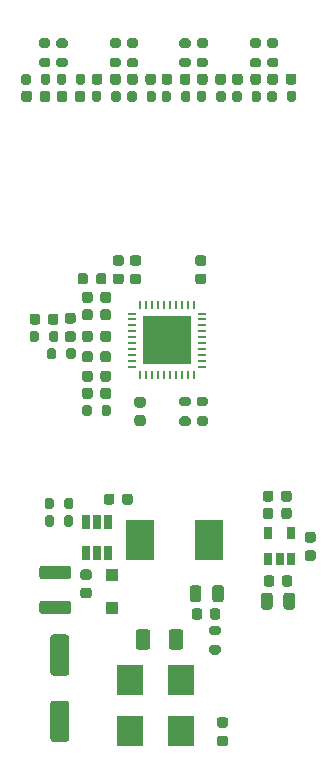
<source format=gbr>
%TF.GenerationSoftware,KiCad,Pcbnew,(5.1.9)-1*%
%TF.CreationDate,2021-06-18T12:26:36+07:00*%
%TF.ProjectId,adau1978,61646175-3139-4373-982e-6b696361645f,rev?*%
%TF.SameCoordinates,Original*%
%TF.FileFunction,Paste,Top*%
%TF.FilePolarity,Positive*%
%FSLAX46Y46*%
G04 Gerber Fmt 4.6, Leading zero omitted, Abs format (unit mm)*
G04 Created by KiCad (PCBNEW (5.1.9)-1) date 2021-06-18 12:26:36*
%MOMM*%
%LPD*%
G01*
G04 APERTURE LIST*
%ADD10C,0.100000*%
%ADD11R,2.300000X2.500000*%
%ADD12R,1.100000X1.100000*%
%ADD13R,2.413000X3.429000*%
%ADD14R,0.650000X1.220000*%
%ADD15R,0.650000X1.060000*%
%ADD16R,0.750000X0.275000*%
%ADD17R,0.275000X0.750000*%
%ADD18R,4.050000X4.050000*%
G04 APERTURE END LIST*
D10*
%TO.C,U2*%
G36*
X58623500Y-95427500D02*
G01*
X59773500Y-95427500D01*
X59773500Y-94277500D01*
X58623500Y-94277500D01*
X58623500Y-95427500D01*
G37*
X58623500Y-95427500D02*
X59773500Y-95427500D01*
X59773500Y-94277500D01*
X58623500Y-94277500D01*
X58623500Y-95427500D01*
G36*
X57273500Y-95427500D02*
G01*
X58423500Y-95427500D01*
X58423500Y-94277500D01*
X57273500Y-94277500D01*
X57273500Y-95427500D01*
G37*
X57273500Y-95427500D02*
X58423500Y-95427500D01*
X58423500Y-94277500D01*
X57273500Y-94277500D01*
X57273500Y-95427500D01*
G36*
X55923500Y-95427500D02*
G01*
X57073500Y-95427500D01*
X57073500Y-94277500D01*
X55923500Y-94277500D01*
X55923500Y-95427500D01*
G37*
X55923500Y-95427500D02*
X57073500Y-95427500D01*
X57073500Y-94277500D01*
X55923500Y-94277500D01*
X55923500Y-95427500D01*
G36*
X58623500Y-96777500D02*
G01*
X59773500Y-96777500D01*
X59773500Y-95627500D01*
X58623500Y-95627500D01*
X58623500Y-96777500D01*
G37*
X58623500Y-96777500D02*
X59773500Y-96777500D01*
X59773500Y-95627500D01*
X58623500Y-95627500D01*
X58623500Y-96777500D01*
G36*
X57273500Y-96777500D02*
G01*
X58423500Y-96777500D01*
X58423500Y-95627500D01*
X57273500Y-95627500D01*
X57273500Y-96777500D01*
G37*
X57273500Y-96777500D02*
X58423500Y-96777500D01*
X58423500Y-95627500D01*
X57273500Y-95627500D01*
X57273500Y-96777500D01*
G36*
X55923500Y-96777500D02*
G01*
X57073500Y-96777500D01*
X57073500Y-95627500D01*
X55923500Y-95627500D01*
X55923500Y-96777500D01*
G37*
X55923500Y-96777500D02*
X57073500Y-96777500D01*
X57073500Y-95627500D01*
X55923500Y-95627500D01*
X55923500Y-96777500D01*
G36*
X58623500Y-98127500D02*
G01*
X59773500Y-98127500D01*
X59773500Y-96977500D01*
X58623500Y-96977500D01*
X58623500Y-98127500D01*
G37*
X58623500Y-98127500D02*
X59773500Y-98127500D01*
X59773500Y-96977500D01*
X58623500Y-96977500D01*
X58623500Y-98127500D01*
G36*
X57273500Y-98127500D02*
G01*
X58423500Y-98127500D01*
X58423500Y-96977500D01*
X57273500Y-96977500D01*
X57273500Y-98127500D01*
G37*
X57273500Y-98127500D02*
X58423500Y-98127500D01*
X58423500Y-96977500D01*
X57273500Y-96977500D01*
X57273500Y-98127500D01*
G36*
X55923500Y-98127500D02*
G01*
X57073500Y-98127500D01*
X57073500Y-96977500D01*
X55923500Y-96977500D01*
X55923500Y-98127500D01*
G37*
X55923500Y-98127500D02*
X57073500Y-98127500D01*
X57073500Y-96977500D01*
X55923500Y-96977500D01*
X55923500Y-98127500D01*
%TD*%
%TO.C,C1*%
G36*
G01*
X48218000Y-121116500D02*
X49318000Y-121116500D01*
G75*
G02*
X49568000Y-121366500I0J-250000D01*
G01*
X49568000Y-124366500D01*
G75*
G02*
X49318000Y-124616500I-250000J0D01*
G01*
X48218000Y-124616500D01*
G75*
G02*
X47968000Y-124366500I0J250000D01*
G01*
X47968000Y-121366500D01*
G75*
G02*
X48218000Y-121116500I250000J0D01*
G01*
G37*
G36*
G01*
X48218000Y-126716500D02*
X49318000Y-126716500D01*
G75*
G02*
X49568000Y-126966500I0J-250000D01*
G01*
X49568000Y-129966500D01*
G75*
G02*
X49318000Y-130216500I-250000J0D01*
G01*
X48218000Y-130216500D01*
G75*
G02*
X47968000Y-129966500I0J250000D01*
G01*
X47968000Y-126966500D01*
G75*
G02*
X48218000Y-126716500I250000J0D01*
G01*
G37*
%TD*%
%TO.C,C2*%
G36*
G01*
X64904500Y-74354500D02*
X64904500Y-73854500D01*
G75*
G02*
X65129500Y-73629500I225000J0D01*
G01*
X65579500Y-73629500D01*
G75*
G02*
X65804500Y-73854500I0J-225000D01*
G01*
X65804500Y-74354500D01*
G75*
G02*
X65579500Y-74579500I-225000J0D01*
G01*
X65129500Y-74579500D01*
G75*
G02*
X64904500Y-74354500I0J225000D01*
G01*
G37*
G36*
G01*
X63354500Y-74354500D02*
X63354500Y-73854500D01*
G75*
G02*
X63579500Y-73629500I225000J0D01*
G01*
X64029500Y-73629500D01*
G75*
G02*
X64254500Y-73854500I0J-225000D01*
G01*
X64254500Y-74354500D01*
G75*
G02*
X64029500Y-74579500I-225000J0D01*
G01*
X63579500Y-74579500D01*
G75*
G02*
X63354500Y-74354500I0J225000D01*
G01*
G37*
%TD*%
%TO.C,C10*%
G36*
G01*
X47286999Y-115298000D02*
X49487001Y-115298000D01*
G75*
G02*
X49737000Y-115547999I0J-249999D01*
G01*
X49737000Y-116198001D01*
G75*
G02*
X49487001Y-116448000I-249999J0D01*
G01*
X47286999Y-116448000D01*
G75*
G02*
X47037000Y-116198001I0J249999D01*
G01*
X47037000Y-115547999D01*
G75*
G02*
X47286999Y-115298000I249999J0D01*
G01*
G37*
G36*
G01*
X47286999Y-118248000D02*
X49487001Y-118248000D01*
G75*
G02*
X49737000Y-118497999I0J-249999D01*
G01*
X49737000Y-119148001D01*
G75*
G02*
X49487001Y-119398000I-249999J0D01*
G01*
X47286999Y-119398000D01*
G75*
G02*
X47037000Y-119148001I0J249999D01*
G01*
X47037000Y-118497999D01*
G75*
G02*
X47286999Y-118248000I249999J0D01*
G01*
G37*
%TD*%
%TO.C,C11*%
G36*
G01*
X50740500Y-115615000D02*
X51240500Y-115615000D01*
G75*
G02*
X51465500Y-115840000I0J-225000D01*
G01*
X51465500Y-116290000D01*
G75*
G02*
X51240500Y-116515000I-225000J0D01*
G01*
X50740500Y-116515000D01*
G75*
G02*
X50515500Y-116290000I0J225000D01*
G01*
X50515500Y-115840000D01*
G75*
G02*
X50740500Y-115615000I225000J0D01*
G01*
G37*
G36*
G01*
X50740500Y-117165000D02*
X51240500Y-117165000D01*
G75*
G02*
X51465500Y-117390000I0J-225000D01*
G01*
X51465500Y-117840000D01*
G75*
G02*
X51240500Y-118065000I-225000J0D01*
G01*
X50740500Y-118065000D01*
G75*
G02*
X50515500Y-117840000I0J225000D01*
G01*
X50515500Y-117390000D01*
G75*
G02*
X50740500Y-117165000I225000J0D01*
G01*
G37*
%TD*%
%TO.C,C20*%
G36*
G01*
X54046000Y-109914500D02*
X54046000Y-109414500D01*
G75*
G02*
X54271000Y-109189500I225000J0D01*
G01*
X54721000Y-109189500D01*
G75*
G02*
X54946000Y-109414500I0J-225000D01*
G01*
X54946000Y-109914500D01*
G75*
G02*
X54721000Y-110139500I-225000J0D01*
G01*
X54271000Y-110139500D01*
G75*
G02*
X54046000Y-109914500I0J225000D01*
G01*
G37*
G36*
G01*
X52496000Y-109914500D02*
X52496000Y-109414500D01*
G75*
G02*
X52721000Y-109189500I225000J0D01*
G01*
X53171000Y-109189500D01*
G75*
G02*
X53396000Y-109414500I0J-225000D01*
G01*
X53396000Y-109914500D01*
G75*
G02*
X53171000Y-110139500I-225000J0D01*
G01*
X52721000Y-110139500D01*
G75*
G02*
X52496000Y-109914500I0J225000D01*
G01*
G37*
%TD*%
%TO.C,C21*%
G36*
G01*
X53104500Y-97349500D02*
X53104500Y-97849500D01*
G75*
G02*
X52879500Y-98074500I-225000J0D01*
G01*
X52429500Y-98074500D01*
G75*
G02*
X52204500Y-97849500I0J225000D01*
G01*
X52204500Y-97349500D01*
G75*
G02*
X52429500Y-97124500I225000J0D01*
G01*
X52879500Y-97124500D01*
G75*
G02*
X53104500Y-97349500I0J-225000D01*
G01*
G37*
G36*
G01*
X51554500Y-97349500D02*
X51554500Y-97849500D01*
G75*
G02*
X51329500Y-98074500I-225000J0D01*
G01*
X50879500Y-98074500D01*
G75*
G02*
X50654500Y-97849500I0J225000D01*
G01*
X50654500Y-97349500D01*
G75*
G02*
X50879500Y-97124500I225000J0D01*
G01*
X51329500Y-97124500D01*
G75*
G02*
X51554500Y-97349500I0J-225000D01*
G01*
G37*
%TD*%
%TO.C,C22*%
G36*
G01*
X62664000Y-117190500D02*
X62664000Y-118140500D01*
G75*
G02*
X62414000Y-118390500I-250000J0D01*
G01*
X61914000Y-118390500D01*
G75*
G02*
X61664000Y-118140500I0J250000D01*
G01*
X61664000Y-117190500D01*
G75*
G02*
X61914000Y-116940500I250000J0D01*
G01*
X62414000Y-116940500D01*
G75*
G02*
X62664000Y-117190500I0J-250000D01*
G01*
G37*
G36*
G01*
X60764000Y-117190500D02*
X60764000Y-118140500D01*
G75*
G02*
X60514000Y-118390500I-250000J0D01*
G01*
X60014000Y-118390500D01*
G75*
G02*
X59764000Y-118140500I0J250000D01*
G01*
X59764000Y-117190500D01*
G75*
G02*
X60014000Y-116940500I250000J0D01*
G01*
X60514000Y-116940500D01*
G75*
G02*
X60764000Y-117190500I0J-250000D01*
G01*
G37*
%TD*%
%TO.C,C23*%
G36*
G01*
X60825500Y-119130000D02*
X60825500Y-119630000D01*
G75*
G02*
X60600500Y-119855000I-225000J0D01*
G01*
X60150500Y-119855000D01*
G75*
G02*
X59925500Y-119630000I0J225000D01*
G01*
X59925500Y-119130000D01*
G75*
G02*
X60150500Y-118905000I225000J0D01*
G01*
X60600500Y-118905000D01*
G75*
G02*
X60825500Y-119130000I0J-225000D01*
G01*
G37*
G36*
G01*
X62375500Y-119130000D02*
X62375500Y-119630000D01*
G75*
G02*
X62150500Y-119855000I-225000J0D01*
G01*
X61700500Y-119855000D01*
G75*
G02*
X61475500Y-119630000I0J225000D01*
G01*
X61475500Y-119130000D01*
G75*
G02*
X61700500Y-118905000I225000J0D01*
G01*
X62150500Y-118905000D01*
G75*
G02*
X62375500Y-119130000I0J-225000D01*
G01*
G37*
%TD*%
%TO.C,C24*%
G36*
G01*
X67696500Y-118775500D02*
X67696500Y-117825500D01*
G75*
G02*
X67946500Y-117575500I250000J0D01*
G01*
X68446500Y-117575500D01*
G75*
G02*
X68696500Y-117825500I0J-250000D01*
G01*
X68696500Y-118775500D01*
G75*
G02*
X68446500Y-119025500I-250000J0D01*
G01*
X67946500Y-119025500D01*
G75*
G02*
X67696500Y-118775500I0J250000D01*
G01*
G37*
G36*
G01*
X65796500Y-118775500D02*
X65796500Y-117825500D01*
G75*
G02*
X66046500Y-117575500I250000J0D01*
G01*
X66546500Y-117575500D01*
G75*
G02*
X66796500Y-117825500I0J-250000D01*
G01*
X66796500Y-118775500D01*
G75*
G02*
X66546500Y-119025500I-250000J0D01*
G01*
X66046500Y-119025500D01*
G75*
G02*
X65796500Y-118775500I0J250000D01*
G01*
G37*
%TD*%
%TO.C,C25*%
G36*
G01*
X66021500Y-116836000D02*
X66021500Y-116336000D01*
G75*
G02*
X66246500Y-116111000I225000J0D01*
G01*
X66696500Y-116111000D01*
G75*
G02*
X66921500Y-116336000I0J-225000D01*
G01*
X66921500Y-116836000D01*
G75*
G02*
X66696500Y-117061000I-225000J0D01*
G01*
X66246500Y-117061000D01*
G75*
G02*
X66021500Y-116836000I0J225000D01*
G01*
G37*
G36*
G01*
X67571500Y-116836000D02*
X67571500Y-116336000D01*
G75*
G02*
X67796500Y-116111000I225000J0D01*
G01*
X68246500Y-116111000D01*
G75*
G02*
X68471500Y-116336000I0J-225000D01*
G01*
X68471500Y-116836000D01*
G75*
G02*
X68246500Y-117061000I-225000J0D01*
G01*
X67796500Y-117061000D01*
G75*
G02*
X67571500Y-116836000I0J225000D01*
G01*
G37*
%TD*%
%TO.C,C26*%
G36*
G01*
X69727000Y-112440000D02*
X70227000Y-112440000D01*
G75*
G02*
X70452000Y-112665000I0J-225000D01*
G01*
X70452000Y-113115000D01*
G75*
G02*
X70227000Y-113340000I-225000J0D01*
G01*
X69727000Y-113340000D01*
G75*
G02*
X69502000Y-113115000I0J225000D01*
G01*
X69502000Y-112665000D01*
G75*
G02*
X69727000Y-112440000I225000J0D01*
G01*
G37*
G36*
G01*
X69727000Y-113990000D02*
X70227000Y-113990000D01*
G75*
G02*
X70452000Y-114215000I0J-225000D01*
G01*
X70452000Y-114665000D01*
G75*
G02*
X70227000Y-114890000I-225000J0D01*
G01*
X69727000Y-114890000D01*
G75*
G02*
X69502000Y-114665000I0J225000D01*
G01*
X69502000Y-114215000D01*
G75*
G02*
X69727000Y-113990000I225000J0D01*
G01*
G37*
%TD*%
%TO.C,C27*%
G36*
G01*
X67508000Y-109660500D02*
X67508000Y-109160500D01*
G75*
G02*
X67733000Y-108935500I225000J0D01*
G01*
X68183000Y-108935500D01*
G75*
G02*
X68408000Y-109160500I0J-225000D01*
G01*
X68408000Y-109660500D01*
G75*
G02*
X68183000Y-109885500I-225000J0D01*
G01*
X67733000Y-109885500D01*
G75*
G02*
X67508000Y-109660500I0J225000D01*
G01*
G37*
G36*
G01*
X65958000Y-109660500D02*
X65958000Y-109160500D01*
G75*
G02*
X66183000Y-108935500I225000J0D01*
G01*
X66633000Y-108935500D01*
G75*
G02*
X66858000Y-109160500I0J-225000D01*
G01*
X66858000Y-109660500D01*
G75*
G02*
X66633000Y-109885500I-225000J0D01*
G01*
X66183000Y-109885500D01*
G75*
G02*
X65958000Y-109660500I0J225000D01*
G01*
G37*
%TD*%
%TO.C,C28*%
G36*
G01*
X65958000Y-111121000D02*
X65958000Y-110621000D01*
G75*
G02*
X66183000Y-110396000I225000J0D01*
G01*
X66633000Y-110396000D01*
G75*
G02*
X66858000Y-110621000I0J-225000D01*
G01*
X66858000Y-111121000D01*
G75*
G02*
X66633000Y-111346000I-225000J0D01*
G01*
X66183000Y-111346000D01*
G75*
G02*
X65958000Y-111121000I0J225000D01*
G01*
G37*
G36*
G01*
X67508000Y-111121000D02*
X67508000Y-110621000D01*
G75*
G02*
X67733000Y-110396000I225000J0D01*
G01*
X68183000Y-110396000D01*
G75*
G02*
X68408000Y-110621000I0J-225000D01*
G01*
X68408000Y-111121000D01*
G75*
G02*
X68183000Y-111346000I-225000J0D01*
G01*
X67733000Y-111346000D01*
G75*
G02*
X67508000Y-111121000I0J225000D01*
G01*
G37*
%TD*%
%TO.C,C29*%
G36*
G01*
X47109500Y-94174500D02*
X47109500Y-94674500D01*
G75*
G02*
X46884500Y-94899500I-225000J0D01*
G01*
X46434500Y-94899500D01*
G75*
G02*
X46209500Y-94674500I0J225000D01*
G01*
X46209500Y-94174500D01*
G75*
G02*
X46434500Y-93949500I225000J0D01*
G01*
X46884500Y-93949500D01*
G75*
G02*
X47109500Y-94174500I0J-225000D01*
G01*
G37*
G36*
G01*
X48659500Y-94174500D02*
X48659500Y-94674500D01*
G75*
G02*
X48434500Y-94899500I-225000J0D01*
G01*
X47984500Y-94899500D01*
G75*
G02*
X47759500Y-94674500I0J225000D01*
G01*
X47759500Y-94174500D01*
G75*
G02*
X47984500Y-93949500I225000J0D01*
G01*
X48434500Y-93949500D01*
G75*
G02*
X48659500Y-94174500I0J-225000D01*
G01*
G37*
%TD*%
%TO.C,C30*%
G36*
G01*
X49407000Y-93898000D02*
X49907000Y-93898000D01*
G75*
G02*
X50132000Y-94123000I0J-225000D01*
G01*
X50132000Y-94573000D01*
G75*
G02*
X49907000Y-94798000I-225000J0D01*
G01*
X49407000Y-94798000D01*
G75*
G02*
X49182000Y-94573000I0J225000D01*
G01*
X49182000Y-94123000D01*
G75*
G02*
X49407000Y-93898000I225000J0D01*
G01*
G37*
G36*
G01*
X49407000Y-95448000D02*
X49907000Y-95448000D01*
G75*
G02*
X50132000Y-95673000I0J-225000D01*
G01*
X50132000Y-96123000D01*
G75*
G02*
X49907000Y-96348000I-225000J0D01*
G01*
X49407000Y-96348000D01*
G75*
G02*
X49182000Y-96123000I0J225000D01*
G01*
X49182000Y-95673000D01*
G75*
G02*
X49407000Y-95448000I225000J0D01*
G01*
G37*
%TD*%
%TO.C,C31*%
G36*
G01*
X53104500Y-100461000D02*
X53104500Y-100961000D01*
G75*
G02*
X52879500Y-101186000I-225000J0D01*
G01*
X52429500Y-101186000D01*
G75*
G02*
X52204500Y-100961000I0J225000D01*
G01*
X52204500Y-100461000D01*
G75*
G02*
X52429500Y-100236000I225000J0D01*
G01*
X52879500Y-100236000D01*
G75*
G02*
X53104500Y-100461000I0J-225000D01*
G01*
G37*
G36*
G01*
X51554500Y-100461000D02*
X51554500Y-100961000D01*
G75*
G02*
X51329500Y-101186000I-225000J0D01*
G01*
X50879500Y-101186000D01*
G75*
G02*
X50654500Y-100961000I0J225000D01*
G01*
X50654500Y-100461000D01*
G75*
G02*
X50879500Y-100236000I225000J0D01*
G01*
X51329500Y-100236000D01*
G75*
G02*
X51554500Y-100461000I0J-225000D01*
G01*
G37*
%TD*%
%TO.C,C32*%
G36*
G01*
X51554500Y-92333000D02*
X51554500Y-92833000D01*
G75*
G02*
X51329500Y-93058000I-225000J0D01*
G01*
X50879500Y-93058000D01*
G75*
G02*
X50654500Y-92833000I0J225000D01*
G01*
X50654500Y-92333000D01*
G75*
G02*
X50879500Y-92108000I225000J0D01*
G01*
X51329500Y-92108000D01*
G75*
G02*
X51554500Y-92333000I0J-225000D01*
G01*
G37*
G36*
G01*
X53104500Y-92333000D02*
X53104500Y-92833000D01*
G75*
G02*
X52879500Y-93058000I-225000J0D01*
G01*
X52429500Y-93058000D01*
G75*
G02*
X52204500Y-92833000I0J225000D01*
G01*
X52204500Y-92333000D01*
G75*
G02*
X52429500Y-92108000I225000J0D01*
G01*
X52879500Y-92108000D01*
G75*
G02*
X53104500Y-92333000I0J-225000D01*
G01*
G37*
%TD*%
%TO.C,C33*%
G36*
G01*
X53971000Y-89908500D02*
X53471000Y-89908500D01*
G75*
G02*
X53246000Y-89683500I0J225000D01*
G01*
X53246000Y-89233500D01*
G75*
G02*
X53471000Y-89008500I225000J0D01*
G01*
X53971000Y-89008500D01*
G75*
G02*
X54196000Y-89233500I0J-225000D01*
G01*
X54196000Y-89683500D01*
G75*
G02*
X53971000Y-89908500I-225000J0D01*
G01*
G37*
G36*
G01*
X53971000Y-91458500D02*
X53471000Y-91458500D01*
G75*
G02*
X53246000Y-91233500I0J225000D01*
G01*
X53246000Y-90783500D01*
G75*
G02*
X53471000Y-90558500I225000J0D01*
G01*
X53971000Y-90558500D01*
G75*
G02*
X54196000Y-90783500I0J-225000D01*
G01*
X54196000Y-91233500D01*
G75*
G02*
X53971000Y-91458500I-225000J0D01*
G01*
G37*
%TD*%
%TO.C,C34*%
G36*
G01*
X51554500Y-99000500D02*
X51554500Y-99500500D01*
G75*
G02*
X51329500Y-99725500I-225000J0D01*
G01*
X50879500Y-99725500D01*
G75*
G02*
X50654500Y-99500500I0J225000D01*
G01*
X50654500Y-99000500D01*
G75*
G02*
X50879500Y-98775500I225000J0D01*
G01*
X51329500Y-98775500D01*
G75*
G02*
X51554500Y-99000500I0J-225000D01*
G01*
G37*
G36*
G01*
X53104500Y-99000500D02*
X53104500Y-99500500D01*
G75*
G02*
X52879500Y-99725500I-225000J0D01*
G01*
X52429500Y-99725500D01*
G75*
G02*
X52204500Y-99500500I0J225000D01*
G01*
X52204500Y-99000500D01*
G75*
G02*
X52429500Y-98775500I225000J0D01*
G01*
X52879500Y-98775500D01*
G75*
G02*
X53104500Y-99000500I0J-225000D01*
G01*
G37*
%TD*%
%TO.C,C35*%
G36*
G01*
X53104500Y-93793500D02*
X53104500Y-94293500D01*
G75*
G02*
X52879500Y-94518500I-225000J0D01*
G01*
X52429500Y-94518500D01*
G75*
G02*
X52204500Y-94293500I0J225000D01*
G01*
X52204500Y-93793500D01*
G75*
G02*
X52429500Y-93568500I225000J0D01*
G01*
X52879500Y-93568500D01*
G75*
G02*
X53104500Y-93793500I0J-225000D01*
G01*
G37*
G36*
G01*
X51554500Y-93793500D02*
X51554500Y-94293500D01*
G75*
G02*
X51329500Y-94518500I-225000J0D01*
G01*
X50879500Y-94518500D01*
G75*
G02*
X50654500Y-94293500I0J225000D01*
G01*
X50654500Y-93793500D01*
G75*
G02*
X50879500Y-93568500I225000J0D01*
G01*
X51329500Y-93568500D01*
G75*
G02*
X51554500Y-93793500I0J-225000D01*
G01*
G37*
%TD*%
%TO.C,C36*%
G36*
G01*
X51554500Y-95635000D02*
X51554500Y-96135000D01*
G75*
G02*
X51329500Y-96360000I-225000J0D01*
G01*
X50879500Y-96360000D01*
G75*
G02*
X50654500Y-96135000I0J225000D01*
G01*
X50654500Y-95635000D01*
G75*
G02*
X50879500Y-95410000I225000J0D01*
G01*
X51329500Y-95410000D01*
G75*
G02*
X51554500Y-95635000I0J-225000D01*
G01*
G37*
G36*
G01*
X53104500Y-95635000D02*
X53104500Y-96135000D01*
G75*
G02*
X52879500Y-96360000I-225000J0D01*
G01*
X52429500Y-96360000D01*
G75*
G02*
X52204500Y-96135000I0J225000D01*
G01*
X52204500Y-95635000D01*
G75*
G02*
X52429500Y-95410000I225000J0D01*
G01*
X52879500Y-95410000D01*
G75*
G02*
X53104500Y-95635000I0J-225000D01*
G01*
G37*
%TD*%
%TO.C,C37*%
G36*
G01*
X55431500Y-89908500D02*
X54931500Y-89908500D01*
G75*
G02*
X54706500Y-89683500I0J225000D01*
G01*
X54706500Y-89233500D01*
G75*
G02*
X54931500Y-89008500I225000J0D01*
G01*
X55431500Y-89008500D01*
G75*
G02*
X55656500Y-89233500I0J-225000D01*
G01*
X55656500Y-89683500D01*
G75*
G02*
X55431500Y-89908500I-225000J0D01*
G01*
G37*
G36*
G01*
X55431500Y-91458500D02*
X54931500Y-91458500D01*
G75*
G02*
X54706500Y-91233500I0J225000D01*
G01*
X54706500Y-90783500D01*
G75*
G02*
X54931500Y-90558500I225000J0D01*
G01*
X55431500Y-90558500D01*
G75*
G02*
X55656500Y-90783500I0J-225000D01*
G01*
X55656500Y-91233500D01*
G75*
G02*
X55431500Y-91458500I-225000J0D01*
G01*
G37*
%TD*%
%TO.C,C38*%
G36*
G01*
X55312500Y-101010000D02*
X55812500Y-101010000D01*
G75*
G02*
X56037500Y-101235000I0J-225000D01*
G01*
X56037500Y-101685000D01*
G75*
G02*
X55812500Y-101910000I-225000J0D01*
G01*
X55312500Y-101910000D01*
G75*
G02*
X55087500Y-101685000I0J225000D01*
G01*
X55087500Y-101235000D01*
G75*
G02*
X55312500Y-101010000I225000J0D01*
G01*
G37*
G36*
G01*
X55312500Y-102560000D02*
X55812500Y-102560000D01*
G75*
G02*
X56037500Y-102785000I0J-225000D01*
G01*
X56037500Y-103235000D01*
G75*
G02*
X55812500Y-103460000I-225000J0D01*
G01*
X55312500Y-103460000D01*
G75*
G02*
X55087500Y-103235000I0J225000D01*
G01*
X55087500Y-102785000D01*
G75*
G02*
X55312500Y-102560000I225000J0D01*
G01*
G37*
%TD*%
%TO.C,C39*%
G36*
G01*
X60956000Y-91458500D02*
X60456000Y-91458500D01*
G75*
G02*
X60231000Y-91233500I0J225000D01*
G01*
X60231000Y-90783500D01*
G75*
G02*
X60456000Y-90558500I225000J0D01*
G01*
X60956000Y-90558500D01*
G75*
G02*
X61181000Y-90783500I0J-225000D01*
G01*
X61181000Y-91233500D01*
G75*
G02*
X60956000Y-91458500I-225000J0D01*
G01*
G37*
G36*
G01*
X60956000Y-89908500D02*
X60456000Y-89908500D01*
G75*
G02*
X60231000Y-89683500I0J225000D01*
G01*
X60231000Y-89233500D01*
G75*
G02*
X60456000Y-89008500I225000J0D01*
G01*
X60956000Y-89008500D01*
G75*
G02*
X61181000Y-89233500I0J-225000D01*
G01*
X61181000Y-89683500D01*
G75*
G02*
X60956000Y-89908500I-225000J0D01*
G01*
G37*
%TD*%
D11*
%TO.C,D2*%
X54673500Y-124977000D03*
X54673500Y-129277000D03*
%TD*%
D12*
%TO.C,D3*%
X53149500Y-116075000D03*
X53149500Y-118875000D03*
%TD*%
%TO.C,D4*%
G36*
G01*
X62803750Y-130574500D02*
X62291250Y-130574500D01*
G75*
G02*
X62072500Y-130355750I0J218750D01*
G01*
X62072500Y-129918250D01*
G75*
G02*
X62291250Y-129699500I218750J0D01*
G01*
X62803750Y-129699500D01*
G75*
G02*
X63022500Y-129918250I0J-218750D01*
G01*
X63022500Y-130355750D01*
G75*
G02*
X62803750Y-130574500I-218750J0D01*
G01*
G37*
G36*
G01*
X62803750Y-128999500D02*
X62291250Y-128999500D01*
G75*
G02*
X62072500Y-128780750I0J218750D01*
G01*
X62072500Y-128343250D01*
G75*
G02*
X62291250Y-128124500I218750J0D01*
G01*
X62803750Y-128124500D01*
G75*
G02*
X63022500Y-128343250I0J-218750D01*
G01*
X63022500Y-128780750D01*
G75*
G02*
X62803750Y-128999500I-218750J0D01*
G01*
G37*
%TD*%
D13*
%TO.C,L1*%
X55562500Y-113157000D03*
X61404500Y-113157000D03*
%TD*%
%TO.C,R1*%
G36*
G01*
X65616500Y-71457000D02*
X65066500Y-71457000D01*
G75*
G02*
X64866500Y-71257000I0J200000D01*
G01*
X64866500Y-70857000D01*
G75*
G02*
X65066500Y-70657000I200000J0D01*
G01*
X65616500Y-70657000D01*
G75*
G02*
X65816500Y-70857000I0J-200000D01*
G01*
X65816500Y-71257000D01*
G75*
G02*
X65616500Y-71457000I-200000J0D01*
G01*
G37*
G36*
G01*
X65616500Y-73107000D02*
X65066500Y-73107000D01*
G75*
G02*
X64866500Y-72907000I0J200000D01*
G01*
X64866500Y-72507000D01*
G75*
G02*
X65066500Y-72307000I200000J0D01*
G01*
X65616500Y-72307000D01*
G75*
G02*
X65816500Y-72507000I0J-200000D01*
G01*
X65816500Y-72907000D01*
G75*
G02*
X65616500Y-73107000I-200000J0D01*
G01*
G37*
%TD*%
%TO.C,R9*%
G36*
G01*
X65004500Y-75840000D02*
X65004500Y-75290000D01*
G75*
G02*
X65204500Y-75090000I200000J0D01*
G01*
X65604500Y-75090000D01*
G75*
G02*
X65804500Y-75290000I0J-200000D01*
G01*
X65804500Y-75840000D01*
G75*
G02*
X65604500Y-76040000I-200000J0D01*
G01*
X65204500Y-76040000D01*
G75*
G02*
X65004500Y-75840000I0J200000D01*
G01*
G37*
G36*
G01*
X63354500Y-75840000D02*
X63354500Y-75290000D01*
G75*
G02*
X63554500Y-75090000I200000J0D01*
G01*
X63954500Y-75090000D01*
G75*
G02*
X64154500Y-75290000I0J-200000D01*
G01*
X64154500Y-75840000D01*
G75*
G02*
X63954500Y-76040000I-200000J0D01*
G01*
X63554500Y-76040000D01*
G75*
G02*
X63354500Y-75840000I0J200000D01*
G01*
G37*
%TD*%
%TO.C,R17*%
G36*
G01*
X47479500Y-110320500D02*
X47479500Y-109770500D01*
G75*
G02*
X47679500Y-109570500I200000J0D01*
G01*
X48079500Y-109570500D01*
G75*
G02*
X48279500Y-109770500I0J-200000D01*
G01*
X48279500Y-110320500D01*
G75*
G02*
X48079500Y-110520500I-200000J0D01*
G01*
X47679500Y-110520500D01*
G75*
G02*
X47479500Y-110320500I0J200000D01*
G01*
G37*
G36*
G01*
X49129500Y-110320500D02*
X49129500Y-109770500D01*
G75*
G02*
X49329500Y-109570500I200000J0D01*
G01*
X49729500Y-109570500D01*
G75*
G02*
X49929500Y-109770500I0J-200000D01*
G01*
X49929500Y-110320500D01*
G75*
G02*
X49729500Y-110520500I-200000J0D01*
G01*
X49329500Y-110520500D01*
G75*
G02*
X49129500Y-110320500I0J200000D01*
G01*
G37*
%TD*%
%TO.C,R18*%
G36*
G01*
X49929500Y-111231000D02*
X49929500Y-111781000D01*
G75*
G02*
X49729500Y-111981000I-200000J0D01*
G01*
X49329500Y-111981000D01*
G75*
G02*
X49129500Y-111781000I0J200000D01*
G01*
X49129500Y-111231000D01*
G75*
G02*
X49329500Y-111031000I200000J0D01*
G01*
X49729500Y-111031000D01*
G75*
G02*
X49929500Y-111231000I0J-200000D01*
G01*
G37*
G36*
G01*
X48279500Y-111231000D02*
X48279500Y-111781000D01*
G75*
G02*
X48079500Y-111981000I-200000J0D01*
G01*
X47679500Y-111981000D01*
G75*
G02*
X47479500Y-111781000I0J200000D01*
G01*
X47479500Y-111231000D01*
G75*
G02*
X47679500Y-111031000I200000J0D01*
G01*
X48079500Y-111031000D01*
G75*
G02*
X48279500Y-111231000I0J-200000D01*
G01*
G37*
%TD*%
%TO.C,R19*%
G36*
G01*
X48470000Y-97070500D02*
X48470000Y-97620500D01*
G75*
G02*
X48270000Y-97820500I-200000J0D01*
G01*
X47870000Y-97820500D01*
G75*
G02*
X47670000Y-97620500I0J200000D01*
G01*
X47670000Y-97070500D01*
G75*
G02*
X47870000Y-96870500I200000J0D01*
G01*
X48270000Y-96870500D01*
G75*
G02*
X48470000Y-97070500I0J-200000D01*
G01*
G37*
G36*
G01*
X50120000Y-97070500D02*
X50120000Y-97620500D01*
G75*
G02*
X49920000Y-97820500I-200000J0D01*
G01*
X49520000Y-97820500D01*
G75*
G02*
X49320000Y-97620500I0J200000D01*
G01*
X49320000Y-97070500D01*
G75*
G02*
X49520000Y-96870500I200000J0D01*
G01*
X49920000Y-96870500D01*
G75*
G02*
X50120000Y-97070500I0J-200000D01*
G01*
G37*
%TD*%
%TO.C,R20*%
G36*
G01*
X60558000Y-102660000D02*
X61108000Y-102660000D01*
G75*
G02*
X61308000Y-102860000I0J-200000D01*
G01*
X61308000Y-103260000D01*
G75*
G02*
X61108000Y-103460000I-200000J0D01*
G01*
X60558000Y-103460000D01*
G75*
G02*
X60358000Y-103260000I0J200000D01*
G01*
X60358000Y-102860000D01*
G75*
G02*
X60558000Y-102660000I200000J0D01*
G01*
G37*
G36*
G01*
X60558000Y-101010000D02*
X61108000Y-101010000D01*
G75*
G02*
X61308000Y-101210000I0J-200000D01*
G01*
X61308000Y-101610000D01*
G75*
G02*
X61108000Y-101810000I-200000J0D01*
G01*
X60558000Y-101810000D01*
G75*
G02*
X60358000Y-101610000I0J200000D01*
G01*
X60358000Y-101210000D01*
G75*
G02*
X60558000Y-101010000I200000J0D01*
G01*
G37*
%TD*%
%TO.C,R21*%
G36*
G01*
X59097500Y-101010000D02*
X59647500Y-101010000D01*
G75*
G02*
X59847500Y-101210000I0J-200000D01*
G01*
X59847500Y-101610000D01*
G75*
G02*
X59647500Y-101810000I-200000J0D01*
G01*
X59097500Y-101810000D01*
G75*
G02*
X58897500Y-101610000I0J200000D01*
G01*
X58897500Y-101210000D01*
G75*
G02*
X59097500Y-101010000I200000J0D01*
G01*
G37*
G36*
G01*
X59097500Y-102660000D02*
X59647500Y-102660000D01*
G75*
G02*
X59847500Y-102860000I0J-200000D01*
G01*
X59847500Y-103260000D01*
G75*
G02*
X59647500Y-103460000I-200000J0D01*
G01*
X59097500Y-103460000D01*
G75*
G02*
X58897500Y-103260000I0J200000D01*
G01*
X58897500Y-102860000D01*
G75*
G02*
X59097500Y-102660000I200000J0D01*
G01*
G37*
%TD*%
%TO.C,R22*%
G36*
G01*
X61637500Y-120377500D02*
X62187500Y-120377500D01*
G75*
G02*
X62387500Y-120577500I0J-200000D01*
G01*
X62387500Y-120977500D01*
G75*
G02*
X62187500Y-121177500I-200000J0D01*
G01*
X61637500Y-121177500D01*
G75*
G02*
X61437500Y-120977500I0J200000D01*
G01*
X61437500Y-120577500D01*
G75*
G02*
X61637500Y-120377500I200000J0D01*
G01*
G37*
G36*
G01*
X61637500Y-122027500D02*
X62187500Y-122027500D01*
G75*
G02*
X62387500Y-122227500I0J-200000D01*
G01*
X62387500Y-122627500D01*
G75*
G02*
X62187500Y-122827500I-200000J0D01*
G01*
X61637500Y-122827500D01*
G75*
G02*
X61437500Y-122627500I0J200000D01*
G01*
X61437500Y-122227500D01*
G75*
G02*
X61637500Y-122027500I200000J0D01*
G01*
G37*
%TD*%
%TO.C,R23*%
G36*
G01*
X48659500Y-95610000D02*
X48659500Y-96160000D01*
G75*
G02*
X48459500Y-96360000I-200000J0D01*
G01*
X48059500Y-96360000D01*
G75*
G02*
X47859500Y-96160000I0J200000D01*
G01*
X47859500Y-95610000D01*
G75*
G02*
X48059500Y-95410000I200000J0D01*
G01*
X48459500Y-95410000D01*
G75*
G02*
X48659500Y-95610000I0J-200000D01*
G01*
G37*
G36*
G01*
X47009500Y-95610000D02*
X47009500Y-96160000D01*
G75*
G02*
X46809500Y-96360000I-200000J0D01*
G01*
X46409500Y-96360000D01*
G75*
G02*
X46209500Y-96160000I0J200000D01*
G01*
X46209500Y-95610000D01*
G75*
G02*
X46409500Y-95410000I200000J0D01*
G01*
X46809500Y-95410000D01*
G75*
G02*
X47009500Y-95610000I0J-200000D01*
G01*
G37*
%TD*%
%TO.C,R24*%
G36*
G01*
X52304500Y-102446500D02*
X52304500Y-101896500D01*
G75*
G02*
X52504500Y-101696500I200000J0D01*
G01*
X52904500Y-101696500D01*
G75*
G02*
X53104500Y-101896500I0J-200000D01*
G01*
X53104500Y-102446500D01*
G75*
G02*
X52904500Y-102646500I-200000J0D01*
G01*
X52504500Y-102646500D01*
G75*
G02*
X52304500Y-102446500I0J200000D01*
G01*
G37*
G36*
G01*
X50654500Y-102446500D02*
X50654500Y-101896500D01*
G75*
G02*
X50854500Y-101696500I200000J0D01*
G01*
X51254500Y-101696500D01*
G75*
G02*
X51454500Y-101896500I0J-200000D01*
G01*
X51454500Y-102446500D01*
G75*
G02*
X51254500Y-102646500I-200000J0D01*
G01*
X50854500Y-102646500D01*
G75*
G02*
X50654500Y-102446500I0J200000D01*
G01*
G37*
%TD*%
D14*
%TO.C,U1*%
X52893000Y-111593000D03*
X51943000Y-111593000D03*
X50993000Y-111593000D03*
X50993000Y-114213000D03*
X51943000Y-114213000D03*
X52893000Y-114213000D03*
%TD*%
D15*
%TO.C,U3*%
X66423500Y-114765000D03*
X67373500Y-114765000D03*
X68323500Y-114765000D03*
X68323500Y-112565000D03*
X66423500Y-112565000D03*
%TD*%
D16*
%TO.C,U2*%
X54873500Y-93952499D03*
X54873500Y-94452501D03*
X54873500Y-94952500D03*
X54873500Y-95452499D03*
X54873500Y-95952500D03*
X54873500Y-96452500D03*
X54873500Y-96952501D03*
X54873500Y-97452500D03*
X54873500Y-97952499D03*
X54873500Y-98452501D03*
D17*
X55598499Y-99177500D03*
X56098501Y-99177500D03*
X56598500Y-99177500D03*
X57098499Y-99177500D03*
X57598500Y-99177500D03*
X58098500Y-99177500D03*
X58598501Y-99177500D03*
X59098500Y-99177500D03*
X59598499Y-99177500D03*
X60098501Y-99177500D03*
D16*
X60823500Y-98452501D03*
X60823500Y-97952499D03*
X60823500Y-97452500D03*
X60823500Y-96952501D03*
X60823500Y-96452500D03*
X60823500Y-95952500D03*
X60823500Y-95452499D03*
X60823500Y-94952500D03*
X60823500Y-94452501D03*
X60823500Y-93952499D03*
D17*
X60098501Y-93227500D03*
X59598499Y-93227500D03*
X59098500Y-93227500D03*
X58598501Y-93227500D03*
X58098500Y-93227500D03*
X57598500Y-93227500D03*
X57098499Y-93227500D03*
X56598500Y-93227500D03*
X56098501Y-93227500D03*
X55598499Y-93227500D03*
D18*
X57848500Y-96202500D03*
%TD*%
%TO.C,F1*%
G36*
G01*
X55188500Y-122164000D02*
X55188500Y-120914000D01*
G75*
G02*
X55438500Y-120664000I250000J0D01*
G01*
X56188500Y-120664000D01*
G75*
G02*
X56438500Y-120914000I0J-250000D01*
G01*
X56438500Y-122164000D01*
G75*
G02*
X56188500Y-122414000I-250000J0D01*
G01*
X55438500Y-122414000D01*
G75*
G02*
X55188500Y-122164000I0J250000D01*
G01*
G37*
G36*
G01*
X57988500Y-122164000D02*
X57988500Y-120914000D01*
G75*
G02*
X58238500Y-120664000I250000J0D01*
G01*
X58988500Y-120664000D01*
G75*
G02*
X59238500Y-120914000I0J-250000D01*
G01*
X59238500Y-122164000D01*
G75*
G02*
X58988500Y-122414000I-250000J0D01*
G01*
X58238500Y-122414000D01*
G75*
G02*
X57988500Y-122164000I0J250000D01*
G01*
G37*
%TD*%
D11*
%TO.C,D1*%
X58991500Y-124977000D03*
X58991500Y-129277000D03*
%TD*%
%TO.C,C3*%
G36*
G01*
X66339000Y-74354500D02*
X66339000Y-73854500D01*
G75*
G02*
X66564000Y-73629500I225000J0D01*
G01*
X67014000Y-73629500D01*
G75*
G02*
X67239000Y-73854500I0J-225000D01*
G01*
X67239000Y-74354500D01*
G75*
G02*
X67014000Y-74579500I-225000J0D01*
G01*
X66564000Y-74579500D01*
G75*
G02*
X66339000Y-74354500I0J225000D01*
G01*
G37*
G36*
G01*
X67889000Y-74354500D02*
X67889000Y-73854500D01*
G75*
G02*
X68114000Y-73629500I225000J0D01*
G01*
X68564000Y-73629500D01*
G75*
G02*
X68789000Y-73854500I0J-225000D01*
G01*
X68789000Y-74354500D01*
G75*
G02*
X68564000Y-74579500I-225000J0D01*
G01*
X68114000Y-74579500D01*
G75*
G02*
X67889000Y-74354500I0J225000D01*
G01*
G37*
%TD*%
%TO.C,C4*%
G36*
G01*
X58935500Y-74354500D02*
X58935500Y-73854500D01*
G75*
G02*
X59160500Y-73629500I225000J0D01*
G01*
X59610500Y-73629500D01*
G75*
G02*
X59835500Y-73854500I0J-225000D01*
G01*
X59835500Y-74354500D01*
G75*
G02*
X59610500Y-74579500I-225000J0D01*
G01*
X59160500Y-74579500D01*
G75*
G02*
X58935500Y-74354500I0J225000D01*
G01*
G37*
G36*
G01*
X57385500Y-74354500D02*
X57385500Y-73854500D01*
G75*
G02*
X57610500Y-73629500I225000J0D01*
G01*
X58060500Y-73629500D01*
G75*
G02*
X58285500Y-73854500I0J-225000D01*
G01*
X58285500Y-74354500D01*
G75*
G02*
X58060500Y-74579500I-225000J0D01*
G01*
X57610500Y-74579500D01*
G75*
G02*
X57385500Y-74354500I0J225000D01*
G01*
G37*
%TD*%
%TO.C,C5*%
G36*
G01*
X60383000Y-74354500D02*
X60383000Y-73854500D01*
G75*
G02*
X60608000Y-73629500I225000J0D01*
G01*
X61058000Y-73629500D01*
G75*
G02*
X61283000Y-73854500I0J-225000D01*
G01*
X61283000Y-74354500D01*
G75*
G02*
X61058000Y-74579500I-225000J0D01*
G01*
X60608000Y-74579500D01*
G75*
G02*
X60383000Y-74354500I0J225000D01*
G01*
G37*
G36*
G01*
X61933000Y-74354500D02*
X61933000Y-73854500D01*
G75*
G02*
X62158000Y-73629500I225000J0D01*
G01*
X62608000Y-73629500D01*
G75*
G02*
X62833000Y-73854500I0J-225000D01*
G01*
X62833000Y-74354500D01*
G75*
G02*
X62608000Y-74579500I-225000J0D01*
G01*
X62158000Y-74579500D01*
G75*
G02*
X61933000Y-74354500I0J225000D01*
G01*
G37*
%TD*%
%TO.C,C6*%
G36*
G01*
X53030000Y-74354500D02*
X53030000Y-73854500D01*
G75*
G02*
X53255000Y-73629500I225000J0D01*
G01*
X53705000Y-73629500D01*
G75*
G02*
X53930000Y-73854500I0J-225000D01*
G01*
X53930000Y-74354500D01*
G75*
G02*
X53705000Y-74579500I-225000J0D01*
G01*
X53255000Y-74579500D01*
G75*
G02*
X53030000Y-74354500I0J225000D01*
G01*
G37*
G36*
G01*
X51480000Y-74354500D02*
X51480000Y-73854500D01*
G75*
G02*
X51705000Y-73629500I225000J0D01*
G01*
X52155000Y-73629500D01*
G75*
G02*
X52380000Y-73854500I0J-225000D01*
G01*
X52380000Y-74354500D01*
G75*
G02*
X52155000Y-74579500I-225000J0D01*
G01*
X51705000Y-74579500D01*
G75*
G02*
X51480000Y-74354500I0J225000D01*
G01*
G37*
%TD*%
%TO.C,C7*%
G36*
G01*
X54464500Y-74354500D02*
X54464500Y-73854500D01*
G75*
G02*
X54689500Y-73629500I225000J0D01*
G01*
X55139500Y-73629500D01*
G75*
G02*
X55364500Y-73854500I0J-225000D01*
G01*
X55364500Y-74354500D01*
G75*
G02*
X55139500Y-74579500I-225000J0D01*
G01*
X54689500Y-74579500D01*
G75*
G02*
X54464500Y-74354500I0J225000D01*
G01*
G37*
G36*
G01*
X56014500Y-74354500D02*
X56014500Y-73854500D01*
G75*
G02*
X56239500Y-73629500I225000J0D01*
G01*
X56689500Y-73629500D01*
G75*
G02*
X56914500Y-73854500I0J-225000D01*
G01*
X56914500Y-74354500D01*
G75*
G02*
X56689500Y-74579500I-225000J0D01*
G01*
X56239500Y-74579500D01*
G75*
G02*
X56014500Y-74354500I0J225000D01*
G01*
G37*
%TD*%
%TO.C,C8*%
G36*
G01*
X45511000Y-75815000D02*
X45511000Y-75315000D01*
G75*
G02*
X45736000Y-75090000I225000J0D01*
G01*
X46186000Y-75090000D01*
G75*
G02*
X46411000Y-75315000I0J-225000D01*
G01*
X46411000Y-75815000D01*
G75*
G02*
X46186000Y-76040000I-225000J0D01*
G01*
X45736000Y-76040000D01*
G75*
G02*
X45511000Y-75815000I0J225000D01*
G01*
G37*
G36*
G01*
X47061000Y-75815000D02*
X47061000Y-75315000D01*
G75*
G02*
X47286000Y-75090000I225000J0D01*
G01*
X47736000Y-75090000D01*
G75*
G02*
X47961000Y-75315000I0J-225000D01*
G01*
X47961000Y-75815000D01*
G75*
G02*
X47736000Y-76040000I-225000J0D01*
G01*
X47286000Y-76040000D01*
G75*
G02*
X47061000Y-75815000I0J225000D01*
G01*
G37*
%TD*%
%TO.C,C9*%
G36*
G01*
X50045500Y-75815000D02*
X50045500Y-75315000D01*
G75*
G02*
X50270500Y-75090000I225000J0D01*
G01*
X50720500Y-75090000D01*
G75*
G02*
X50945500Y-75315000I0J-225000D01*
G01*
X50945500Y-75815000D01*
G75*
G02*
X50720500Y-76040000I-225000J0D01*
G01*
X50270500Y-76040000D01*
G75*
G02*
X50045500Y-75815000I0J225000D01*
G01*
G37*
G36*
G01*
X48495500Y-75815000D02*
X48495500Y-75315000D01*
G75*
G02*
X48720500Y-75090000I225000J0D01*
G01*
X49170500Y-75090000D01*
G75*
G02*
X49395500Y-75315000I0J-225000D01*
G01*
X49395500Y-75815000D01*
G75*
G02*
X49170500Y-76040000I-225000J0D01*
G01*
X48720500Y-76040000D01*
G75*
G02*
X48495500Y-75815000I0J225000D01*
G01*
G37*
%TD*%
%TO.C,R2*%
G36*
G01*
X67077000Y-73107000D02*
X66527000Y-73107000D01*
G75*
G02*
X66327000Y-72907000I0J200000D01*
G01*
X66327000Y-72507000D01*
G75*
G02*
X66527000Y-72307000I200000J0D01*
G01*
X67077000Y-72307000D01*
G75*
G02*
X67277000Y-72507000I0J-200000D01*
G01*
X67277000Y-72907000D01*
G75*
G02*
X67077000Y-73107000I-200000J0D01*
G01*
G37*
G36*
G01*
X67077000Y-71457000D02*
X66527000Y-71457000D01*
G75*
G02*
X66327000Y-71257000I0J200000D01*
G01*
X66327000Y-70857000D01*
G75*
G02*
X66527000Y-70657000I200000J0D01*
G01*
X67077000Y-70657000D01*
G75*
G02*
X67277000Y-70857000I0J-200000D01*
G01*
X67277000Y-71257000D01*
G75*
G02*
X67077000Y-71457000I-200000J0D01*
G01*
G37*
%TD*%
%TO.C,R3*%
G36*
G01*
X59647500Y-71457500D02*
X59097500Y-71457500D01*
G75*
G02*
X58897500Y-71257500I0J200000D01*
G01*
X58897500Y-70857500D01*
G75*
G02*
X59097500Y-70657500I200000J0D01*
G01*
X59647500Y-70657500D01*
G75*
G02*
X59847500Y-70857500I0J-200000D01*
G01*
X59847500Y-71257500D01*
G75*
G02*
X59647500Y-71457500I-200000J0D01*
G01*
G37*
G36*
G01*
X59647500Y-73107500D02*
X59097500Y-73107500D01*
G75*
G02*
X58897500Y-72907500I0J200000D01*
G01*
X58897500Y-72507500D01*
G75*
G02*
X59097500Y-72307500I200000J0D01*
G01*
X59647500Y-72307500D01*
G75*
G02*
X59847500Y-72507500I0J-200000D01*
G01*
X59847500Y-72907500D01*
G75*
G02*
X59647500Y-73107500I-200000J0D01*
G01*
G37*
%TD*%
%TO.C,R4*%
G36*
G01*
X61108000Y-73107500D02*
X60558000Y-73107500D01*
G75*
G02*
X60358000Y-72907500I0J200000D01*
G01*
X60358000Y-72507500D01*
G75*
G02*
X60558000Y-72307500I200000J0D01*
G01*
X61108000Y-72307500D01*
G75*
G02*
X61308000Y-72507500I0J-200000D01*
G01*
X61308000Y-72907500D01*
G75*
G02*
X61108000Y-73107500I-200000J0D01*
G01*
G37*
G36*
G01*
X61108000Y-71457500D02*
X60558000Y-71457500D01*
G75*
G02*
X60358000Y-71257500I0J200000D01*
G01*
X60358000Y-70857500D01*
G75*
G02*
X60558000Y-70657500I200000J0D01*
G01*
X61108000Y-70657500D01*
G75*
G02*
X61308000Y-70857500I0J-200000D01*
G01*
X61308000Y-71257500D01*
G75*
G02*
X61108000Y-71457500I-200000J0D01*
G01*
G37*
%TD*%
%TO.C,R5*%
G36*
G01*
X53742000Y-71457000D02*
X53192000Y-71457000D01*
G75*
G02*
X52992000Y-71257000I0J200000D01*
G01*
X52992000Y-70857000D01*
G75*
G02*
X53192000Y-70657000I200000J0D01*
G01*
X53742000Y-70657000D01*
G75*
G02*
X53942000Y-70857000I0J-200000D01*
G01*
X53942000Y-71257000D01*
G75*
G02*
X53742000Y-71457000I-200000J0D01*
G01*
G37*
G36*
G01*
X53742000Y-73107000D02*
X53192000Y-73107000D01*
G75*
G02*
X52992000Y-72907000I0J200000D01*
G01*
X52992000Y-72507000D01*
G75*
G02*
X53192000Y-72307000I200000J0D01*
G01*
X53742000Y-72307000D01*
G75*
G02*
X53942000Y-72507000I0J-200000D01*
G01*
X53942000Y-72907000D01*
G75*
G02*
X53742000Y-73107000I-200000J0D01*
G01*
G37*
%TD*%
%TO.C,R6*%
G36*
G01*
X55202500Y-71457500D02*
X54652500Y-71457500D01*
G75*
G02*
X54452500Y-71257500I0J200000D01*
G01*
X54452500Y-70857500D01*
G75*
G02*
X54652500Y-70657500I200000J0D01*
G01*
X55202500Y-70657500D01*
G75*
G02*
X55402500Y-70857500I0J-200000D01*
G01*
X55402500Y-71257500D01*
G75*
G02*
X55202500Y-71457500I-200000J0D01*
G01*
G37*
G36*
G01*
X55202500Y-73107500D02*
X54652500Y-73107500D01*
G75*
G02*
X54452500Y-72907500I0J200000D01*
G01*
X54452500Y-72507500D01*
G75*
G02*
X54652500Y-72307500I200000J0D01*
G01*
X55202500Y-72307500D01*
G75*
G02*
X55402500Y-72507500I0J-200000D01*
G01*
X55402500Y-72907500D01*
G75*
G02*
X55202500Y-73107500I-200000J0D01*
G01*
G37*
%TD*%
%TO.C,R7*%
G36*
G01*
X47773000Y-73107000D02*
X47223000Y-73107000D01*
G75*
G02*
X47023000Y-72907000I0J200000D01*
G01*
X47023000Y-72507000D01*
G75*
G02*
X47223000Y-72307000I200000J0D01*
G01*
X47773000Y-72307000D01*
G75*
G02*
X47973000Y-72507000I0J-200000D01*
G01*
X47973000Y-72907000D01*
G75*
G02*
X47773000Y-73107000I-200000J0D01*
G01*
G37*
G36*
G01*
X47773000Y-71457000D02*
X47223000Y-71457000D01*
G75*
G02*
X47023000Y-71257000I0J200000D01*
G01*
X47023000Y-70857000D01*
G75*
G02*
X47223000Y-70657000I200000J0D01*
G01*
X47773000Y-70657000D01*
G75*
G02*
X47973000Y-70857000I0J-200000D01*
G01*
X47973000Y-71257000D01*
G75*
G02*
X47773000Y-71457000I-200000J0D01*
G01*
G37*
%TD*%
%TO.C,R8*%
G36*
G01*
X49233500Y-71457000D02*
X48683500Y-71457000D01*
G75*
G02*
X48483500Y-71257000I0J200000D01*
G01*
X48483500Y-70857000D01*
G75*
G02*
X48683500Y-70657000I200000J0D01*
G01*
X49233500Y-70657000D01*
G75*
G02*
X49433500Y-70857000I0J-200000D01*
G01*
X49433500Y-71257000D01*
G75*
G02*
X49233500Y-71457000I-200000J0D01*
G01*
G37*
G36*
G01*
X49233500Y-73107000D02*
X48683500Y-73107000D01*
G75*
G02*
X48483500Y-72907000I0J200000D01*
G01*
X48483500Y-72507000D01*
G75*
G02*
X48683500Y-72307000I200000J0D01*
G01*
X49233500Y-72307000D01*
G75*
G02*
X49433500Y-72507000I0J-200000D01*
G01*
X49433500Y-72907000D01*
G75*
G02*
X49233500Y-73107000I-200000J0D01*
G01*
G37*
%TD*%
%TO.C,R10*%
G36*
G01*
X67989000Y-75840000D02*
X67989000Y-75290000D01*
G75*
G02*
X68189000Y-75090000I200000J0D01*
G01*
X68589000Y-75090000D01*
G75*
G02*
X68789000Y-75290000I0J-200000D01*
G01*
X68789000Y-75840000D01*
G75*
G02*
X68589000Y-76040000I-200000J0D01*
G01*
X68189000Y-76040000D01*
G75*
G02*
X67989000Y-75840000I0J200000D01*
G01*
G37*
G36*
G01*
X66339000Y-75840000D02*
X66339000Y-75290000D01*
G75*
G02*
X66539000Y-75090000I200000J0D01*
G01*
X66939000Y-75090000D01*
G75*
G02*
X67139000Y-75290000I0J-200000D01*
G01*
X67139000Y-75840000D01*
G75*
G02*
X66939000Y-76040000I-200000J0D01*
G01*
X66539000Y-76040000D01*
G75*
G02*
X66339000Y-75840000I0J200000D01*
G01*
G37*
%TD*%
%TO.C,R11*%
G36*
G01*
X57385500Y-75840000D02*
X57385500Y-75290000D01*
G75*
G02*
X57585500Y-75090000I200000J0D01*
G01*
X57985500Y-75090000D01*
G75*
G02*
X58185500Y-75290000I0J-200000D01*
G01*
X58185500Y-75840000D01*
G75*
G02*
X57985500Y-76040000I-200000J0D01*
G01*
X57585500Y-76040000D01*
G75*
G02*
X57385500Y-75840000I0J200000D01*
G01*
G37*
G36*
G01*
X59035500Y-75840000D02*
X59035500Y-75290000D01*
G75*
G02*
X59235500Y-75090000I200000J0D01*
G01*
X59635500Y-75090000D01*
G75*
G02*
X59835500Y-75290000I0J-200000D01*
G01*
X59835500Y-75840000D01*
G75*
G02*
X59635500Y-76040000I-200000J0D01*
G01*
X59235500Y-76040000D01*
G75*
G02*
X59035500Y-75840000I0J200000D01*
G01*
G37*
%TD*%
%TO.C,R12*%
G36*
G01*
X62019500Y-75840000D02*
X62019500Y-75290000D01*
G75*
G02*
X62219500Y-75090000I200000J0D01*
G01*
X62619500Y-75090000D01*
G75*
G02*
X62819500Y-75290000I0J-200000D01*
G01*
X62819500Y-75840000D01*
G75*
G02*
X62619500Y-76040000I-200000J0D01*
G01*
X62219500Y-76040000D01*
G75*
G02*
X62019500Y-75840000I0J200000D01*
G01*
G37*
G36*
G01*
X60369500Y-75840000D02*
X60369500Y-75290000D01*
G75*
G02*
X60569500Y-75090000I200000J0D01*
G01*
X60969500Y-75090000D01*
G75*
G02*
X61169500Y-75290000I0J-200000D01*
G01*
X61169500Y-75840000D01*
G75*
G02*
X60969500Y-76040000I-200000J0D01*
G01*
X60569500Y-76040000D01*
G75*
G02*
X60369500Y-75840000I0J200000D01*
G01*
G37*
%TD*%
%TO.C,R13*%
G36*
G01*
X51480000Y-75840000D02*
X51480000Y-75290000D01*
G75*
G02*
X51680000Y-75090000I200000J0D01*
G01*
X52080000Y-75090000D01*
G75*
G02*
X52280000Y-75290000I0J-200000D01*
G01*
X52280000Y-75840000D01*
G75*
G02*
X52080000Y-76040000I-200000J0D01*
G01*
X51680000Y-76040000D01*
G75*
G02*
X51480000Y-75840000I0J200000D01*
G01*
G37*
G36*
G01*
X53130000Y-75840000D02*
X53130000Y-75290000D01*
G75*
G02*
X53330000Y-75090000I200000J0D01*
G01*
X53730000Y-75090000D01*
G75*
G02*
X53930000Y-75290000I0J-200000D01*
G01*
X53930000Y-75840000D01*
G75*
G02*
X53730000Y-76040000I-200000J0D01*
G01*
X53330000Y-76040000D01*
G75*
G02*
X53130000Y-75840000I0J200000D01*
G01*
G37*
%TD*%
%TO.C,R14*%
G36*
G01*
X56114500Y-75840000D02*
X56114500Y-75290000D01*
G75*
G02*
X56314500Y-75090000I200000J0D01*
G01*
X56714500Y-75090000D01*
G75*
G02*
X56914500Y-75290000I0J-200000D01*
G01*
X56914500Y-75840000D01*
G75*
G02*
X56714500Y-76040000I-200000J0D01*
G01*
X56314500Y-76040000D01*
G75*
G02*
X56114500Y-75840000I0J200000D01*
G01*
G37*
G36*
G01*
X54464500Y-75840000D02*
X54464500Y-75290000D01*
G75*
G02*
X54664500Y-75090000I200000J0D01*
G01*
X55064500Y-75090000D01*
G75*
G02*
X55264500Y-75290000I0J-200000D01*
G01*
X55264500Y-75840000D01*
G75*
G02*
X55064500Y-76040000I-200000J0D01*
G01*
X54664500Y-76040000D01*
G75*
G02*
X54464500Y-75840000I0J200000D01*
G01*
G37*
%TD*%
%TO.C,R15*%
G36*
G01*
X45511000Y-74379500D02*
X45511000Y-73829500D01*
G75*
G02*
X45711000Y-73629500I200000J0D01*
G01*
X46111000Y-73629500D01*
G75*
G02*
X46311000Y-73829500I0J-200000D01*
G01*
X46311000Y-74379500D01*
G75*
G02*
X46111000Y-74579500I-200000J0D01*
G01*
X45711000Y-74579500D01*
G75*
G02*
X45511000Y-74379500I0J200000D01*
G01*
G37*
G36*
G01*
X47161000Y-74379500D02*
X47161000Y-73829500D01*
G75*
G02*
X47361000Y-73629500I200000J0D01*
G01*
X47761000Y-73629500D01*
G75*
G02*
X47961000Y-73829500I0J-200000D01*
G01*
X47961000Y-74379500D01*
G75*
G02*
X47761000Y-74579500I-200000J0D01*
G01*
X47361000Y-74579500D01*
G75*
G02*
X47161000Y-74379500I0J200000D01*
G01*
G37*
%TD*%
%TO.C,R16*%
G36*
G01*
X48495500Y-74379500D02*
X48495500Y-73829500D01*
G75*
G02*
X48695500Y-73629500I200000J0D01*
G01*
X49095500Y-73629500D01*
G75*
G02*
X49295500Y-73829500I0J-200000D01*
G01*
X49295500Y-74379500D01*
G75*
G02*
X49095500Y-74579500I-200000J0D01*
G01*
X48695500Y-74579500D01*
G75*
G02*
X48495500Y-74379500I0J200000D01*
G01*
G37*
G36*
G01*
X50145500Y-74379500D02*
X50145500Y-73829500D01*
G75*
G02*
X50345500Y-73629500I200000J0D01*
G01*
X50745500Y-73629500D01*
G75*
G02*
X50945500Y-73829500I0J-200000D01*
G01*
X50945500Y-74379500D01*
G75*
G02*
X50745500Y-74579500I-200000J0D01*
G01*
X50345500Y-74579500D01*
G75*
G02*
X50145500Y-74379500I0J200000D01*
G01*
G37*
%TD*%
%TO.C,FB1*%
G36*
G01*
X50273500Y-91251750D02*
X50273500Y-90739250D01*
G75*
G02*
X50492250Y-90520500I218750J0D01*
G01*
X50929750Y-90520500D01*
G75*
G02*
X51148500Y-90739250I0J-218750D01*
G01*
X51148500Y-91251750D01*
G75*
G02*
X50929750Y-91470500I-218750J0D01*
G01*
X50492250Y-91470500D01*
G75*
G02*
X50273500Y-91251750I0J218750D01*
G01*
G37*
G36*
G01*
X51848500Y-91251750D02*
X51848500Y-90739250D01*
G75*
G02*
X52067250Y-90520500I218750J0D01*
G01*
X52504750Y-90520500D01*
G75*
G02*
X52723500Y-90739250I0J-218750D01*
G01*
X52723500Y-91251750D01*
G75*
G02*
X52504750Y-91470500I-218750J0D01*
G01*
X52067250Y-91470500D01*
G75*
G02*
X51848500Y-91251750I0J218750D01*
G01*
G37*
%TD*%
M02*

</source>
